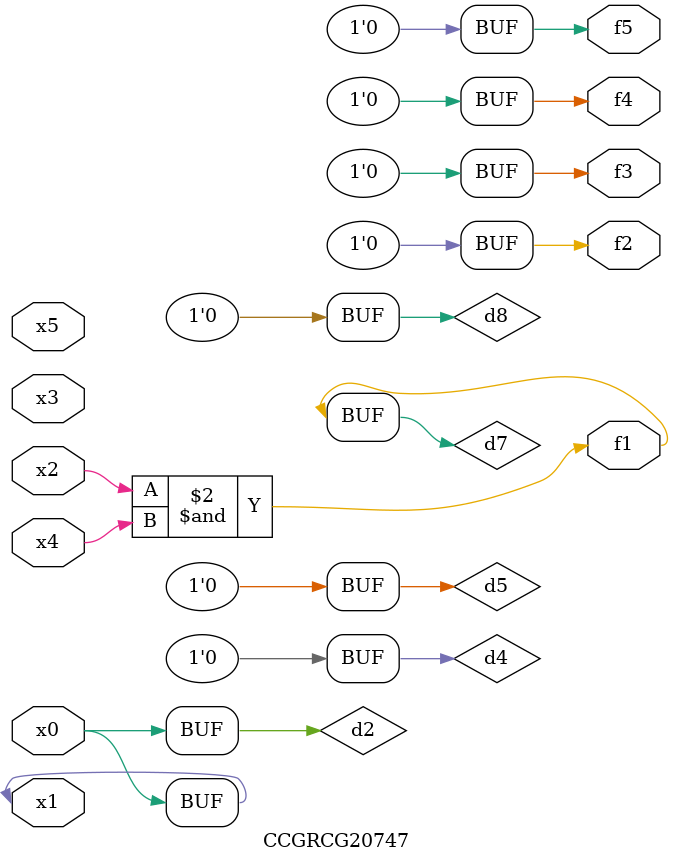
<source format=v>
module CCGRCG20747(
	input x0, x1, x2, x3, x4, x5,
	output f1, f2, f3, f4, f5
);

	wire d1, d2, d3, d4, d5, d6, d7, d8, d9;

	nand (d1, x1);
	buf (d2, x0, x1);
	nand (d3, x2, x4);
	and (d4, d1, d2);
	and (d5, d1, d2);
	nand (d6, d1, d3);
	not (d7, d3);
	xor (d8, d5);
	nor (d9, d5, d6);
	assign f1 = d7;
	assign f2 = d8;
	assign f3 = d8;
	assign f4 = d8;
	assign f5 = d8;
endmodule

</source>
